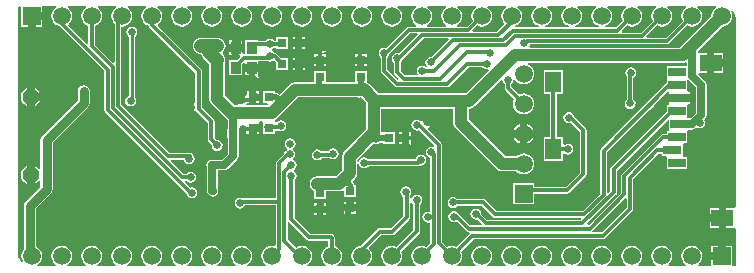
<source format=gbl>
G04 Layer_Physical_Order=2*
G04 Layer_Color=16711680*
%FSLAX24Y24*%
%MOIN*%
G70*
G01*
G75*
%ADD13R,0.0300X0.0300*%
%ADD23R,0.0300X0.0300*%
%ADD29C,0.0120*%
%ADD30C,0.0100*%
%ADD31C,0.0300*%
%ADD32C,0.0150*%
%ADD33C,0.0400*%
%ADD34C,0.0250*%
%ADD37C,0.0200*%
%ADD38C,0.0551*%
%ADD39C,0.0591*%
%ADD40R,0.0591X0.0591*%
%ADD41R,0.0591X0.0591*%
%ADD42C,0.0260*%
%ADD43C,0.0250*%
%ADD44R,0.0335X0.0394*%
%ADD45R,0.0591X0.0315*%
%ADD46R,0.0748X0.0551*%
%ADD47R,0.0551X0.0709*%
%ADD48C,0.0450*%
G36*
X14457Y7662D02*
X13881Y7086D01*
X13860Y7090D01*
X13790Y7076D01*
X13730Y7036D01*
X13690Y6977D01*
X13676Y6906D01*
X13690Y6836D01*
X13719Y6794D01*
X13683Y6757D01*
X13640Y6786D01*
X13570Y6800D01*
X13500Y6786D01*
X13440Y6746D01*
X13400Y6687D01*
X13386Y6616D01*
X13400Y6546D01*
X13417Y6522D01*
X13390Y6472D01*
X13006D01*
X12852Y6626D01*
Y6898D01*
X12870Y6910D01*
X12910Y6970D01*
X12917Y7009D01*
X13616Y7708D01*
X14437D01*
X14457Y7662D01*
D02*
G37*
G36*
X3371Y8741D02*
X3314Y8696D01*
X3258Y8624D01*
X3224Y8540D01*
X3212Y8450D01*
X3224Y8360D01*
X3258Y8276D01*
X3314Y8204D01*
X3318Y8201D01*
Y6915D01*
X3272Y6896D01*
X2672Y7496D01*
Y8123D01*
X2734Y8148D01*
X2806Y8204D01*
X2862Y8276D01*
X2896Y8360D01*
X2908Y8450D01*
X2896Y8540D01*
X2862Y8624D01*
X2806Y8696D01*
X2749Y8740D01*
X2766Y8790D01*
X3354Y8791D01*
X3371Y8741D01*
D02*
G37*
G36*
X13423Y7832D02*
X12802Y7211D01*
X12740Y7224D01*
X12670Y7210D01*
X12610Y7170D01*
X12570Y7110D01*
X12556Y7040D01*
X12570Y6970D01*
X12610Y6910D01*
X12628Y6898D01*
Y6580D01*
X12628Y6580D01*
X12636Y6537D01*
X12661Y6501D01*
X12777Y6384D01*
X12761Y6330D01*
X12751Y6328D01*
X12412Y6666D01*
Y7068D01*
X12430Y7080D01*
X12470Y7140D01*
X12480Y7191D01*
X13166Y7878D01*
X13404D01*
X13423Y7832D01*
D02*
G37*
G36*
X17374Y8743D02*
X17314Y8696D01*
X17258Y8624D01*
X17224Y8540D01*
X17212Y8450D01*
X17224Y8360D01*
X17258Y8276D01*
X17314Y8204D01*
X17386Y8148D01*
X17449Y8122D01*
X17439Y8072D01*
X16681D01*
X16671Y8122D01*
X16734Y8148D01*
X16806Y8204D01*
X16862Y8276D01*
X16896Y8360D01*
X16908Y8450D01*
X16896Y8540D01*
X16862Y8624D01*
X16806Y8696D01*
X16746Y8743D01*
X16760Y8793D01*
X17361Y8793D01*
X17374Y8743D01*
D02*
G37*
G36*
X2371Y8740D02*
X2314Y8696D01*
X2258Y8624D01*
X2224Y8540D01*
X2212Y8450D01*
X2224Y8360D01*
X2258Y8276D01*
X2314Y8204D01*
X2386Y8148D01*
X2448Y8123D01*
Y7536D01*
X2402Y7517D01*
X1781Y8137D01*
X1785Y8187D01*
X1806Y8204D01*
X1862Y8276D01*
X1896Y8360D01*
X1908Y8450D01*
X1896Y8540D01*
X1862Y8624D01*
X1806Y8696D01*
X1749Y8740D01*
X1766Y8790D01*
X2354Y8790D01*
X2371Y8740D01*
D02*
G37*
G36*
X22702Y6086D02*
Y5234D01*
X22533Y5065D01*
X22487Y5057D01*
X22439Y5062D01*
X22408Y5075D01*
X22408Y5490D01*
X22450Y5508D01*
X22487D01*
Y5591D01*
X21796D01*
Y5508D01*
X21754Y5490D01*
X21717D01*
Y5276D01*
X19871Y3429D01*
X19846Y3393D01*
X19838Y3350D01*
X19838Y3350D01*
Y2626D01*
X19778Y2567D01*
X19732Y2586D01*
Y3924D01*
X21080Y5271D01*
X21117Y5254D01*
X21127Y5248D01*
X21140Y5180D01*
X21180Y5120D01*
X21185Y5117D01*
Y5250D01*
X21310D01*
Y5375D01*
X21443D01*
X21440Y5380D01*
X21380Y5420D01*
X21312Y5433D01*
X21306Y5443D01*
X21289Y5480D01*
X21750Y5941D01*
X21754D01*
X21796Y5923D01*
X21796Y5891D01*
Y5841D01*
X22487D01*
Y5923D01*
X22450D01*
X22408Y5941D01*
X22408Y5973D01*
Y6313D01*
X22441Y6328D01*
X22458Y6330D01*
X22702Y6086D01*
D02*
G37*
G36*
X13222Y2237D02*
X13260Y2180D01*
X13278Y2168D01*
Y1326D01*
X12712Y761D01*
X12650Y786D01*
X12560Y798D01*
X12470Y786D01*
X12386Y752D01*
X12314Y696D01*
X12258Y624D01*
X12224Y540D01*
X12212Y450D01*
X12224Y360D01*
X12258Y276D01*
X12314Y204D01*
X12373Y158D01*
X12358Y108D01*
X11762Y108D01*
X11747Y158D01*
X11806Y204D01*
X11862Y276D01*
X11896Y360D01*
X11908Y450D01*
X11896Y540D01*
X11862Y624D01*
X11806Y696D01*
X11802Y700D01*
X11798Y750D01*
X12206Y1158D01*
X12580D01*
X12580Y1158D01*
X12623Y1166D01*
X12659Y1191D01*
X13139Y1671D01*
X13139Y1671D01*
X13164Y1707D01*
X13172Y1750D01*
X13172Y1750D01*
Y2217D01*
X13218Y2238D01*
X13222Y2237D01*
D02*
G37*
G36*
X9733Y999D02*
X9733Y999D01*
X9769Y974D01*
X9812Y966D01*
X9812Y966D01*
X10448D01*
Y777D01*
X10386Y752D01*
X10314Y696D01*
X10258Y624D01*
X10224Y540D01*
X10212Y450D01*
X10224Y360D01*
X10258Y276D01*
X10314Y204D01*
X10374Y158D01*
X10359Y108D01*
X9761Y108D01*
X9746Y158D01*
X9806Y204D01*
X9862Y276D01*
X9896Y360D01*
X9908Y450D01*
X9896Y540D01*
X9862Y624D01*
X9806Y696D01*
X9734Y752D01*
X9650Y786D01*
X9560Y798D01*
X9470Y786D01*
X9386Y752D01*
X9358Y730D01*
X9082Y1006D01*
Y1583D01*
X9126Y1599D01*
X9132Y1599D01*
X9733Y999D01*
D02*
G37*
G36*
X20388Y2369D02*
Y2076D01*
X19554Y1242D01*
X19257D01*
X19241Y1286D01*
X19241Y1292D01*
X20338Y2389D01*
X20388Y2369D01*
D02*
G37*
G36*
X23912Y8654D02*
X23967Y8582D01*
X24009Y8480D01*
X24023Y8374D01*
X24020Y8370D01*
X24020D01*
X24023Y2083D01*
X23973Y2041D01*
X23703D01*
Y1716D01*
Y1390D01*
X23974D01*
X24002Y1390D01*
X24024Y1349D01*
X24024Y160D01*
X24012Y130D01*
X23970Y110D01*
X23941Y110D01*
X23905Y145D01*
Y795D01*
X23685D01*
Y450D01*
X23560D01*
Y325D01*
X23215D01*
Y110D01*
X22766Y110D01*
X22749Y160D01*
X22806Y204D01*
X22862Y276D01*
X22896Y360D01*
X22908Y450D01*
X22896Y540D01*
X22862Y624D01*
X22806Y696D01*
X22734Y752D01*
X22650Y786D01*
X22560Y798D01*
X22470Y786D01*
X22386Y752D01*
X22314Y696D01*
X22258Y624D01*
X22224Y540D01*
X22212Y450D01*
X22224Y360D01*
X22258Y276D01*
X22314Y204D01*
X22371Y160D01*
X22354Y110D01*
X21766Y110D01*
X21749Y160D01*
X21806Y204D01*
X21862Y276D01*
X21896Y360D01*
X21908Y450D01*
X21896Y540D01*
X21862Y624D01*
X21806Y696D01*
X21734Y752D01*
X21650Y786D01*
X21560Y798D01*
X21470Y786D01*
X21386Y752D01*
X21314Y696D01*
X21258Y624D01*
X21224Y540D01*
X21212Y450D01*
X21224Y360D01*
X21258Y276D01*
X21314Y204D01*
X21371Y160D01*
X21354Y110D01*
X20766Y109D01*
X20749Y159D01*
X20806Y204D01*
X20862Y276D01*
X20896Y360D01*
X20908Y450D01*
X20896Y540D01*
X20862Y624D01*
X20806Y696D01*
X20734Y752D01*
X20650Y786D01*
X20560Y798D01*
X20470Y786D01*
X20386Y752D01*
X20314Y696D01*
X20258Y624D01*
X20224Y540D01*
X20212Y450D01*
X20224Y360D01*
X20258Y276D01*
X20314Y204D01*
X20372Y159D01*
X20355Y109D01*
X19765Y109D01*
X19748Y159D01*
X19806Y204D01*
X19862Y276D01*
X19896Y360D01*
X19908Y450D01*
X19896Y540D01*
X19862Y624D01*
X19806Y696D01*
X19734Y752D01*
X19650Y786D01*
X19560Y798D01*
X19470Y786D01*
X19386Y752D01*
X19314Y696D01*
X19258Y624D01*
X19224Y540D01*
X19212Y450D01*
X19224Y360D01*
X19258Y276D01*
X19314Y204D01*
X19372Y159D01*
X19355Y109D01*
X18765Y109D01*
X18748Y159D01*
X18806Y204D01*
X18862Y276D01*
X18896Y360D01*
X18908Y450D01*
X18896Y540D01*
X18862Y624D01*
X18806Y696D01*
X18734Y752D01*
X18650Y786D01*
X18560Y798D01*
X18470Y786D01*
X18386Y752D01*
X18314Y696D01*
X18258Y624D01*
X18224Y540D01*
X18212Y450D01*
X18224Y360D01*
X18258Y276D01*
X18314Y204D01*
X18372Y159D01*
X18355Y109D01*
X17765Y109D01*
X17748Y159D01*
X17806Y204D01*
X17862Y276D01*
X17896Y360D01*
X17908Y450D01*
X17896Y540D01*
X17862Y624D01*
X17806Y696D01*
X17734Y752D01*
X17650Y786D01*
X17560Y798D01*
X17470Y786D01*
X17386Y752D01*
X17314Y696D01*
X17258Y624D01*
X17224Y540D01*
X17212Y450D01*
X17224Y360D01*
X17258Y276D01*
X17314Y204D01*
X17372Y159D01*
X17355Y109D01*
X16765Y109D01*
X16748Y159D01*
X16806Y204D01*
X16862Y276D01*
X16896Y360D01*
X16908Y450D01*
X16896Y540D01*
X16862Y624D01*
X16806Y696D01*
X16734Y752D01*
X16650Y786D01*
X16560Y798D01*
X16470Y786D01*
X16386Y752D01*
X16314Y696D01*
X16258Y624D01*
X16224Y540D01*
X16212Y450D01*
X16224Y360D01*
X16258Y276D01*
X16314Y204D01*
X16372Y159D01*
X16355Y109D01*
X15764Y109D01*
X15747Y159D01*
X15806Y204D01*
X15862Y276D01*
X15896Y360D01*
X15908Y450D01*
X15896Y540D01*
X15862Y624D01*
X15806Y696D01*
X15734Y752D01*
X15650Y786D01*
X15560Y798D01*
X15470Y786D01*
X15386Y752D01*
X15314Y696D01*
X15258Y624D01*
X15224Y540D01*
X15212Y450D01*
X15224Y360D01*
X15258Y276D01*
X15314Y204D01*
X15373Y159D01*
X15356Y109D01*
X14764Y109D01*
X14747Y159D01*
X14806Y204D01*
X14862Y276D01*
X14896Y360D01*
X14908Y450D01*
X14896Y540D01*
X14871Y602D01*
X15286Y1018D01*
X19600D01*
X19600Y1018D01*
X19643Y1026D01*
X19679Y1051D01*
X20579Y1951D01*
X20579Y1951D01*
X20604Y1987D01*
X20612Y2030D01*
Y3023D01*
X21460Y3871D01*
X21560D01*
Y3776D01*
X21675D01*
X21717Y3758D01*
X21717Y3726D01*
Y3343D01*
X22408D01*
Y3758D01*
X22293D01*
X22250Y3776D01*
X22250Y3808D01*
Y4191D01*
X22293Y4209D01*
X22408D01*
Y4624D01*
X22450Y4642D01*
X22487D01*
Y4671D01*
X22570D01*
X22638Y4685D01*
X22696Y4723D01*
X22722Y4749D01*
X22750Y4730D01*
X22820Y4716D01*
X22890Y4730D01*
X22950Y4770D01*
X22990Y4830D01*
X23004Y4900D01*
X22990Y4970D01*
X22971Y4998D01*
X23006Y5034D01*
X23006Y5034D01*
X23045Y5092D01*
X23058Y5160D01*
X23058Y5160D01*
Y6160D01*
X23045Y6228D01*
X23006Y6286D01*
X22775Y6517D01*
X22796Y6567D01*
X22808D01*
X23060D01*
Y6893D01*
Y7218D01*
X22761Y7218D01*
X22758Y7268D01*
Y7288D01*
X23574Y8104D01*
X23650Y8114D01*
X23734Y8148D01*
X23806Y8204D01*
X23862Y8276D01*
X23896Y8360D01*
X23908Y8450D01*
X23896Y8540D01*
X23867Y8611D01*
X23887Y8645D01*
X23900Y8656D01*
X23912Y8654D01*
D02*
G37*
G36*
X21796Y4972D02*
Y4642D01*
X21754Y4624D01*
X21717D01*
Y4529D01*
X21606D01*
X21564Y4520D01*
X21527Y4496D01*
X21527Y4496D01*
X20221Y3189D01*
X20196Y3153D01*
X20188Y3110D01*
X20188Y3110D01*
Y2556D01*
X19122Y1491D01*
X19094Y1494D01*
X19075Y1547D01*
X20029Y2501D01*
X20029Y2501D01*
X20054Y2537D01*
X20062Y2580D01*
X20062Y2580D01*
Y3304D01*
X21750Y4991D01*
X21796Y4972D01*
D02*
G37*
G36*
X23365Y8789D02*
X23375Y8744D01*
X23314Y8696D01*
X23258Y8624D01*
X23224Y8540D01*
X23214Y8464D01*
X22310Y7560D01*
X22154Y7405D01*
X17160D01*
X17133Y7455D01*
X17150Y7480D01*
X17155Y7508D01*
X21730D01*
X21730Y7508D01*
X21773Y7516D01*
X21809Y7541D01*
X22408Y8139D01*
X22470Y8114D01*
X22560Y8102D01*
X22650Y8114D01*
X22734Y8148D01*
X22806Y8204D01*
X22862Y8276D01*
X22896Y8360D01*
X22908Y8450D01*
X22896Y8540D01*
X22862Y8624D01*
X22806Y8696D01*
X22745Y8743D01*
X22755Y8789D01*
X22758Y8793D01*
X23363Y8794D01*
X23365Y8789D01*
D02*
G37*
G36*
X16374Y8743D02*
X16314Y8696D01*
X16258Y8624D01*
X16224Y8540D01*
X16212Y8450D01*
X16224Y8360D01*
X16258Y8276D01*
X16314Y8204D01*
X16315Y8184D01*
X16064Y7932D01*
X15266D01*
X15247Y7978D01*
X15408Y8139D01*
X15470Y8114D01*
X15560Y8102D01*
X15650Y8114D01*
X15734Y8148D01*
X15806Y8204D01*
X15862Y8276D01*
X15896Y8360D01*
X15908Y8450D01*
X15896Y8540D01*
X15862Y8624D01*
X15806Y8696D01*
X15746Y8742D01*
X15760Y8792D01*
X16360Y8793D01*
X16374Y8743D01*
D02*
G37*
G36*
X14374Y8742D02*
X14314Y8696D01*
X14258Y8624D01*
X14224Y8540D01*
X14212Y8450D01*
X14224Y8360D01*
X14258Y8276D01*
X14314Y8204D01*
X14381Y8152D01*
X14381Y8136D01*
X14367Y8102D01*
X13753D01*
X13739Y8136D01*
X13739Y8152D01*
X13806Y8204D01*
X13862Y8276D01*
X13896Y8360D01*
X13908Y8450D01*
X13896Y8540D01*
X13862Y8624D01*
X13806Y8696D01*
X13747Y8742D01*
X13761Y8792D01*
X14359Y8792D01*
X14374Y8742D01*
D02*
G37*
G36*
X19375Y8743D02*
X19314Y8696D01*
X19258Y8624D01*
X19224Y8540D01*
X19212Y8450D01*
X19224Y8360D01*
X19258Y8276D01*
X19314Y8204D01*
X19386Y8148D01*
X19449Y8122D01*
X19439Y8072D01*
X18681D01*
X18671Y8122D01*
X18734Y8148D01*
X18806Y8204D01*
X18862Y8276D01*
X18896Y8360D01*
X18908Y8450D01*
X18896Y8540D01*
X18862Y8624D01*
X18806Y8696D01*
X18745Y8743D01*
X18759Y8793D01*
X19362Y8793D01*
X19375Y8743D01*
D02*
G37*
G36*
X21363Y8791D02*
X21375Y8743D01*
X21314Y8696D01*
X21258Y8624D01*
X21224Y8540D01*
X21212Y8450D01*
X21224Y8360D01*
X21249Y8298D01*
X20854Y7902D01*
X20236D01*
X20217Y7948D01*
X20408Y8139D01*
X20470Y8114D01*
X20560Y8102D01*
X20650Y8114D01*
X20734Y8148D01*
X20806Y8204D01*
X20862Y8276D01*
X20896Y8360D01*
X20908Y8450D01*
X20896Y8540D01*
X20862Y8624D01*
X20806Y8696D01*
X20745Y8743D01*
X20757Y8792D01*
X20758Y8793D01*
X21362Y8793D01*
X21363Y8791D01*
D02*
G37*
G36*
X13373Y8742D02*
X13314Y8696D01*
X13258Y8624D01*
X13224Y8540D01*
X13212Y8450D01*
X13224Y8360D01*
X13258Y8276D01*
X13314Y8204D01*
X13381Y8152D01*
X13381Y8136D01*
X13367Y8102D01*
X13120D01*
X13077Y8094D01*
X13041Y8069D01*
X13041Y8069D01*
X12354Y7383D01*
X12300Y7394D01*
X12230Y7380D01*
X12170Y7340D01*
X12130Y7280D01*
X12116Y7210D01*
X12130Y7140D01*
X12170Y7080D01*
X12188Y7068D01*
Y6620D01*
X12188Y6620D01*
X12196Y6577D01*
X12221Y6541D01*
X12651Y6111D01*
X12651Y6111D01*
X12687Y6086D01*
X12730Y6078D01*
X12730Y6078D01*
X14410D01*
X14410Y6078D01*
X14453Y6086D01*
X14489Y6111D01*
X15126Y6748D01*
X15578D01*
X15590Y6730D01*
X15650Y6690D01*
X15720Y6676D01*
X15777Y6688D01*
X15803Y6643D01*
X15034Y5875D01*
X12116D01*
X11800Y6190D01*
X11720Y6244D01*
Y6630D01*
X11320D01*
Y6255D01*
X10370D01*
Y6630D01*
X9970D01*
Y6395D01*
X9967Y6380D01*
Y6255D01*
X9340D01*
X9242Y6235D01*
X9160Y6180D01*
X8813Y5833D01*
X8798Y5848D01*
X8749Y5881D01*
X8690Y5893D01*
X8670D01*
Y5940D01*
X8270D01*
Y5540D01*
X8413D01*
X8438Y5490D01*
X8427Y5475D01*
X7740D01*
X7711Y5525D01*
X7720Y5540D01*
X7720Y5540D01*
X7720Y5540D01*
X7795D01*
Y5740D01*
Y5940D01*
X7720D01*
Y5818D01*
X7705Y5808D01*
X7675Y5798D01*
Y5660D01*
X7550D01*
Y5535D01*
X7417D01*
X7420Y5530D01*
X7428Y5525D01*
X7413Y5475D01*
X7316D01*
X6985Y5806D01*
Y6887D01*
X6998Y6918D01*
X7007Y6990D01*
X6998Y7062D01*
X6970Y7129D01*
X6926Y7186D01*
X6919Y7193D01*
X6922Y7243D01*
X6934Y7253D01*
X6978Y7310D01*
X7006Y7377D01*
X7016Y7449D01*
X7006Y7521D01*
X6978Y7587D01*
X6934Y7645D01*
X6877Y7689D01*
X6810Y7717D01*
X6738Y7726D01*
X6208D01*
X6136Y7717D01*
X6070Y7689D01*
X6012Y7645D01*
X5968Y7587D01*
X5940Y7521D01*
X5931Y7449D01*
X5940Y7377D01*
X5968Y7310D01*
X6012Y7253D01*
X6070Y7209D01*
X6136Y7181D01*
X6205Y7172D01*
X6230Y7111D01*
X6274Y7054D01*
X6475Y6853D01*
Y5700D01*
X6495Y5602D01*
X6550Y5520D01*
X7100Y4970D01*
X7102Y4969D01*
Y4695D01*
X7086Y4684D01*
X7060Y4675D01*
Y4540D01*
Y4405D01*
X7086Y4396D01*
X7102Y4385D01*
Y3864D01*
X6906Y3668D01*
X6586D01*
X6560Y3674D01*
X6490Y3660D01*
X6430Y3620D01*
X6390Y3560D01*
X6376Y3490D01*
X6390Y3420D01*
X6402Y3403D01*
Y2620D01*
X6415Y2552D01*
X6419Y2546D01*
X6420Y2540D01*
X6460Y2480D01*
X6520Y2440D01*
X6590Y2426D01*
X6660Y2440D01*
X6720Y2480D01*
X6760Y2540D01*
X6774Y2610D01*
X6760Y2680D01*
X6758Y2682D01*
Y3312D01*
X6980D01*
X7048Y3325D01*
X7106Y3364D01*
X7406Y3664D01*
X7445Y3722D01*
X7458Y3790D01*
Y4491D01*
X7465Y4495D01*
Y4680D01*
X7715D01*
Y4528D01*
X7730Y4530D01*
X7730Y4530D01*
X7730Y4530D01*
X7805D01*
Y4730D01*
X7930D01*
Y4855D01*
X8130D01*
Y4930D01*
X8165Y4965D01*
X8245D01*
X8280Y4930D01*
X8280Y4915D01*
Y4798D01*
X8276Y4793D01*
X8268Y4750D01*
X8276Y4707D01*
X8280Y4702D01*
Y4530D01*
X8680D01*
Y4638D01*
X8764D01*
X8790Y4620D01*
X8860Y4606D01*
X8930Y4620D01*
X8990Y4660D01*
X9030Y4720D01*
X9044Y4790D01*
X9030Y4860D01*
X8990Y4920D01*
X8930Y4960D01*
X8860Y4974D01*
X8790Y4960D01*
X8730Y4920D01*
X8730Y4919D01*
X8680Y4930D01*
D01*
X8668Y4936D01*
X8664Y4955D01*
X8667Y4991D01*
X8740Y5040D01*
X9446Y5745D01*
X11437D01*
X11480Y5736D01*
X11523Y5745D01*
X11524D01*
X11705Y5564D01*
Y4676D01*
X10980Y3950D01*
X10925Y3868D01*
X10905Y3770D01*
Y3316D01*
X10708Y3119D01*
X10076D01*
X9979Y3099D01*
X9896Y3044D01*
X9841Y2961D01*
X9821Y2864D01*
X9841Y2766D01*
X9896Y2683D01*
X9979Y2628D01*
X9980Y2628D01*
Y2360D01*
X10380D01*
Y2609D01*
X10814D01*
X10911Y2628D01*
X10926Y2638D01*
X10970Y2614D01*
Y2420D01*
X11370D01*
Y2820D01*
X11297D01*
X11288Y2869D01*
X11263Y2906D01*
X11264Y2910D01*
X11256Y2946D01*
X11340Y3030D01*
X11395Y3112D01*
X11415Y3210D01*
Y3513D01*
X11465Y3518D01*
X11470Y3490D01*
X11510Y3430D01*
X11570Y3390D01*
X11640Y3376D01*
X11710Y3390D01*
X11770Y3430D01*
X11782Y3448D01*
X13440D01*
X13440Y3448D01*
X13483Y3456D01*
X13505Y3471D01*
X13530Y3466D01*
X13600Y3480D01*
X13660Y3520D01*
X13700Y3580D01*
X13714Y3650D01*
X13700Y3720D01*
X13660Y3780D01*
X13600Y3820D01*
X13530Y3834D01*
X13460Y3820D01*
X13400Y3780D01*
X13360Y3720D01*
X13351Y3672D01*
X11782D01*
X11770Y3690D01*
X11710Y3730D01*
X11640Y3744D01*
X11570Y3730D01*
X11510Y3690D01*
X11470Y3630D01*
X11465Y3602D01*
X11415Y3607D01*
Y3664D01*
X11948Y4197D01*
X11960Y4195D01*
X11962Y4196D01*
X11970Y4190D01*
X12040Y4176D01*
X12110Y4190D01*
X12170Y4230D01*
X12174Y4237D01*
X12260D01*
Y4190D01*
X12660D01*
Y4590D01*
X12260D01*
X12260Y4590D01*
Y4590D01*
X12260Y4590D01*
X12215Y4602D01*
Y5365D01*
X14615D01*
Y4900D01*
X14634Y4802D01*
X14690Y4720D01*
X16060Y3350D01*
X16142Y3295D01*
X16240Y3275D01*
X16715D01*
X16776Y3228D01*
X16860Y3194D01*
X16950Y3182D01*
X17040Y3194D01*
X17124Y3228D01*
X17196Y3284D01*
X17252Y3356D01*
X17286Y3440D01*
X17298Y3530D01*
X17286Y3620D01*
X17252Y3704D01*
X17196Y3776D01*
X17124Y3832D01*
X17040Y3866D01*
X16950Y3878D01*
X16860Y3866D01*
X16776Y3832D01*
X16715Y3785D01*
X16346D01*
X15125Y5006D01*
Y5365D01*
X15140D01*
X15238Y5385D01*
X15320Y5440D01*
X16198Y6317D01*
X16252Y6301D01*
X16260Y6260D01*
X16300Y6200D01*
X16318Y6188D01*
Y6050D01*
X16318Y6050D01*
X16326Y6007D01*
X16351Y5971D01*
X16639Y5682D01*
X16614Y5620D01*
X16602Y5530D01*
X16614Y5440D01*
X16648Y5356D01*
X16704Y5284D01*
X16776Y5228D01*
X16860Y5194D01*
X16950Y5182D01*
X17040Y5194D01*
X17124Y5228D01*
X17196Y5284D01*
X17252Y5356D01*
X17286Y5440D01*
X17298Y5530D01*
X17286Y5620D01*
X17252Y5704D01*
X17196Y5776D01*
X17124Y5832D01*
X17040Y5866D01*
X16950Y5878D01*
X16860Y5866D01*
X16798Y5841D01*
X16542Y6096D01*
Y6188D01*
X16560Y6200D01*
X16600Y6260D01*
X16612Y6321D01*
X16638Y6334D01*
X16662Y6338D01*
X16704Y6284D01*
X16776Y6228D01*
X16860Y6194D01*
X16950Y6182D01*
X17040Y6194D01*
X17124Y6228D01*
X17196Y6284D01*
X17252Y6356D01*
X17286Y6440D01*
X17298Y6530D01*
X17286Y6620D01*
X17252Y6704D01*
X17196Y6776D01*
X17124Y6832D01*
X17092Y6845D01*
X17101Y6895D01*
X22260D01*
X22352Y6913D01*
X22369Y6908D01*
X22402Y6891D01*
Y6789D01*
X21717D01*
Y6374D01*
X21717D01*
Y6356D01*
X21717D01*
Y6226D01*
X19541Y4049D01*
X19516Y4013D01*
X19508Y3970D01*
X19508Y3970D01*
Y2537D01*
X18923Y1952D01*
X16056D01*
X15689Y2319D01*
X15653Y2344D01*
X15610Y2352D01*
X15610Y2352D01*
X14742D01*
X14730Y2370D01*
X14670Y2410D01*
X14600Y2424D01*
X14530Y2410D01*
X14470Y2370D01*
X14430Y2310D01*
X14416Y2240D01*
X14430Y2170D01*
X14470Y2110D01*
X14530Y2070D01*
X14600Y2056D01*
X14670Y2070D01*
X14730Y2110D01*
X14742Y2128D01*
X15564D01*
X15931Y1761D01*
X15931Y1761D01*
X15967Y1736D01*
X16010Y1728D01*
X18859D01*
X18880Y1680D01*
X18857Y1652D01*
X15746D01*
X15542Y1856D01*
X15530Y1920D01*
X15490Y1980D01*
X15430Y2020D01*
X15360Y2034D01*
X15290Y2020D01*
X15230Y1980D01*
X15190Y1920D01*
X15176Y1850D01*
X15190Y1780D01*
X15230Y1720D01*
X15290Y1680D01*
X15360Y1666D01*
X15406Y1676D01*
X15553Y1528D01*
X15534Y1482D01*
X15176D01*
X14809Y1849D01*
X14773Y1874D01*
X14766Y1875D01*
X14750Y1900D01*
X14690Y1940D01*
X14620Y1954D01*
X14550Y1940D01*
X14490Y1900D01*
X14450Y1840D01*
X14436Y1770D01*
X14450Y1700D01*
X14490Y1640D01*
X14550Y1600D01*
X14620Y1586D01*
X14690Y1600D01*
X14721Y1621D01*
X15051Y1291D01*
X15051Y1291D01*
X15087Y1266D01*
X15130Y1258D01*
X15143D01*
X15159Y1214D01*
X15159Y1208D01*
X14712Y761D01*
X14650Y786D01*
X14560Y798D01*
X14470Y786D01*
X14408Y761D01*
X14242Y926D01*
Y4140D01*
X14242Y4140D01*
X14234Y4183D01*
X14209Y4219D01*
X14209Y4219D01*
X13751Y4678D01*
X13767Y4732D01*
X13810Y4740D01*
X13870Y4780D01*
X13873Y4785D01*
X13740D01*
Y4910D01*
X13615D01*
Y5043D01*
X13610Y5040D01*
X13570Y4980D01*
X13566Y4960D01*
X13546Y4951D01*
X13512Y4945D01*
X13460Y4980D01*
X13390Y4994D01*
X13320Y4980D01*
X13260Y4940D01*
X13220Y4880D01*
X13206Y4810D01*
X13220Y4740D01*
X13260Y4680D01*
X13320Y4640D01*
X13390Y4626D01*
X13460Y4640D01*
X13467Y4645D01*
X13988Y4124D01*
X13987Y4115D01*
X13979Y4108D01*
X13931Y4083D01*
X13880Y4094D01*
X13810Y4080D01*
X13750Y4040D01*
X13710Y3980D01*
X13696Y3910D01*
X13710Y3840D01*
X13750Y3780D01*
X13810Y3740D01*
X13848Y3733D01*
Y1963D01*
X13798Y1926D01*
X13760Y1934D01*
X13690Y1920D01*
X13630Y1880D01*
X13590Y1820D01*
X13576Y1750D01*
X13590Y1680D01*
X13630Y1620D01*
X13690Y1580D01*
X13760Y1566D01*
X13798Y1574D01*
X13848Y1537D01*
Y896D01*
X13712Y761D01*
X13650Y786D01*
X13560Y798D01*
X13470Y786D01*
X13386Y752D01*
X13314Y696D01*
X13258Y624D01*
X13224Y540D01*
X13212Y450D01*
X13224Y360D01*
X13258Y276D01*
X13314Y204D01*
X13373Y158D01*
X13357Y108D01*
X12763Y108D01*
X12747Y158D01*
X12806Y204D01*
X12862Y276D01*
X12896Y360D01*
X12908Y450D01*
X12896Y540D01*
X12871Y602D01*
X13469Y1201D01*
X13469Y1201D01*
X13494Y1237D01*
X13502Y1280D01*
Y2168D01*
X13520Y2180D01*
X13560Y2240D01*
X13574Y2310D01*
X13560Y2380D01*
X13520Y2440D01*
X13460Y2480D01*
X13390Y2494D01*
X13320Y2480D01*
X13260Y2440D01*
X13222Y2383D01*
X13218Y2382D01*
X13172Y2403D01*
Y2489D01*
X13200Y2530D01*
X13214Y2600D01*
X13200Y2670D01*
X13160Y2730D01*
X13100Y2770D01*
X13030Y2784D01*
X12960Y2770D01*
X12900Y2730D01*
X12860Y2670D01*
X12846Y2600D01*
X12860Y2530D01*
X12900Y2470D01*
X12948Y2438D01*
Y1796D01*
X12534Y1382D01*
X12160D01*
X12160Y1382D01*
X12117Y1374D01*
X12081Y1349D01*
X12081Y1349D01*
X11525Y794D01*
X11470Y786D01*
X11386Y752D01*
X11314Y696D01*
X11258Y624D01*
X11224Y540D01*
X11212Y450D01*
X11224Y360D01*
X11258Y276D01*
X11314Y204D01*
X11373Y158D01*
X11358Y108D01*
X10761Y108D01*
X10746Y158D01*
X10806Y204D01*
X10862Y276D01*
X10896Y360D01*
X10908Y450D01*
X10896Y540D01*
X10862Y624D01*
X10806Y696D01*
X10734Y752D01*
X10672Y777D01*
Y1058D01*
X10664Y1101D01*
X10639Y1137D01*
X10639Y1137D01*
X10619Y1157D01*
X10583Y1181D01*
X10540Y1190D01*
X10540Y1190D01*
X9859D01*
X9322Y1726D01*
Y2988D01*
X9340Y3000D01*
X9380Y3060D01*
X9394Y3130D01*
X9380Y3200D01*
X9340Y3260D01*
X9312Y3278D01*
Y3338D01*
X9330Y3350D01*
X9370Y3410D01*
X9384Y3480D01*
X9370Y3550D01*
X9330Y3610D01*
X9275Y3647D01*
X9269Y3671D01*
X9266Y3701D01*
X9280Y3710D01*
X9320Y3770D01*
X9334Y3840D01*
X9320Y3910D01*
X9280Y3970D01*
X9256Y3986D01*
X9255Y3988D01*
X9260Y4043D01*
X9300Y4070D01*
X9340Y4130D01*
X9354Y4200D01*
X9340Y4270D01*
X9300Y4330D01*
X9240Y4370D01*
X9170Y4384D01*
X9100Y4370D01*
X9040Y4330D01*
X9000Y4270D01*
X8986Y4200D01*
X9000Y4130D01*
X9040Y4070D01*
X9064Y4054D01*
X9065Y4052D01*
X9060Y3997D01*
X9020Y3970D01*
X8980Y3910D01*
X8973Y3871D01*
X8721Y3619D01*
X8696Y3583D01*
X8688Y3540D01*
X8688Y3540D01*
Y2372D01*
X7581D01*
X7570Y2380D01*
X7500Y2394D01*
X7430Y2380D01*
X7370Y2340D01*
X7330Y2280D01*
X7316Y2210D01*
X7330Y2140D01*
X7370Y2080D01*
X7430Y2040D01*
X7500Y2026D01*
X7570Y2040D01*
X7630Y2080D01*
X7670Y2140D01*
X7671Y2148D01*
X8688D01*
Y818D01*
X8638Y788D01*
X8560Y798D01*
X8470Y786D01*
X8386Y752D01*
X8314Y696D01*
X8258Y624D01*
X8224Y540D01*
X8212Y450D01*
X8224Y360D01*
X8258Y276D01*
X8314Y204D01*
X8374Y157D01*
X8360Y107D01*
X7759Y107D01*
X7746Y157D01*
X7806Y204D01*
X7862Y276D01*
X7896Y360D01*
X7908Y450D01*
X7896Y540D01*
X7862Y624D01*
X7806Y696D01*
X7734Y752D01*
X7650Y786D01*
X7560Y798D01*
X7470Y786D01*
X7386Y752D01*
X7314Y696D01*
X7258Y624D01*
X7224Y540D01*
X7212Y450D01*
X7224Y360D01*
X7258Y276D01*
X7314Y204D01*
X7374Y157D01*
X7361Y107D01*
X6759Y107D01*
X6746Y157D01*
X6806Y204D01*
X6862Y276D01*
X6896Y360D01*
X6908Y450D01*
X6896Y540D01*
X6862Y624D01*
X6806Y696D01*
X6734Y752D01*
X6650Y786D01*
X6560Y798D01*
X6470Y786D01*
X6386Y752D01*
X6314Y696D01*
X6258Y624D01*
X6224Y540D01*
X6212Y450D01*
X6224Y360D01*
X6258Y276D01*
X6314Y204D01*
X6374Y157D01*
X6361Y107D01*
X5758Y107D01*
X5745Y157D01*
X5806Y204D01*
X5862Y276D01*
X5896Y360D01*
X5908Y450D01*
X5896Y540D01*
X5862Y624D01*
X5806Y696D01*
X5734Y752D01*
X5650Y786D01*
X5560Y798D01*
X5470Y786D01*
X5386Y752D01*
X5314Y696D01*
X5258Y624D01*
X5224Y540D01*
X5212Y450D01*
X5224Y360D01*
X5258Y276D01*
X5314Y204D01*
X5375Y157D01*
X5362Y107D01*
X5362Y107D01*
X4758Y107D01*
X4757Y108D01*
X4745Y157D01*
X4806Y204D01*
X4862Y276D01*
X4896Y360D01*
X4908Y450D01*
X4896Y540D01*
X4862Y624D01*
X4806Y696D01*
X4734Y752D01*
X4650Y786D01*
X4560Y798D01*
X4470Y786D01*
X4386Y752D01*
X4314Y696D01*
X4258Y624D01*
X4224Y540D01*
X4212Y450D01*
X4224Y360D01*
X4258Y276D01*
X4314Y204D01*
X4375Y157D01*
X4363Y108D01*
X4362Y107D01*
X3758Y107D01*
X3757Y109D01*
X3745Y157D01*
X3806Y204D01*
X3862Y276D01*
X3896Y360D01*
X3908Y450D01*
X3896Y540D01*
X3862Y624D01*
X3806Y696D01*
X3734Y752D01*
X3650Y786D01*
X3560Y798D01*
X3470Y786D01*
X3386Y752D01*
X3314Y696D01*
X3258Y624D01*
X3224Y540D01*
X3212Y450D01*
X3224Y360D01*
X3258Y276D01*
X3314Y204D01*
X3375Y157D01*
X3364Y109D01*
X3362Y107D01*
X2758Y107D01*
X2756Y110D01*
X2745Y157D01*
X2806Y204D01*
X2862Y276D01*
X2896Y360D01*
X2908Y450D01*
X2896Y540D01*
X2862Y624D01*
X2806Y696D01*
X2734Y752D01*
X2650Y786D01*
X2560Y798D01*
X2470Y786D01*
X2386Y752D01*
X2314Y696D01*
X2258Y624D01*
X2224Y540D01*
X2212Y450D01*
X2224Y360D01*
X2258Y276D01*
X2314Y204D01*
X2375Y157D01*
X2365Y111D01*
X2362Y106D01*
X1757Y106D01*
X1755Y111D01*
X1745Y156D01*
X1806Y204D01*
X1862Y276D01*
X1896Y360D01*
X1908Y450D01*
X1896Y540D01*
X1862Y624D01*
X1806Y696D01*
X1734Y752D01*
X1650Y786D01*
X1560Y798D01*
X1470Y786D01*
X1386Y752D01*
X1314Y696D01*
X1258Y624D01*
X1224Y540D01*
X1212Y450D01*
X1224Y360D01*
X1258Y276D01*
X1314Y204D01*
X1376Y156D01*
X1366Y112D01*
X1363Y106D01*
X757Y106D01*
X754Y112D01*
X744Y156D01*
X806Y204D01*
X862Y276D01*
X896Y360D01*
X908Y450D01*
X896Y540D01*
X862Y624D01*
X806Y696D01*
X734Y752D01*
X704Y764D01*
Y2046D01*
X1194Y2536D01*
X1194Y2536D01*
X1238Y2602D01*
X1254Y2680D01*
Y4226D01*
X2434Y5406D01*
X2478Y5472D01*
X2494Y5550D01*
Y5552D01*
X2504Y5600D01*
X2494Y5648D01*
Y5950D01*
X2478Y6028D01*
X2434Y6094D01*
X2368Y6138D01*
X2290Y6154D01*
X2212Y6138D01*
X2146Y6094D01*
X2102Y6028D01*
X2086Y5950D01*
Y5634D01*
X906Y4454D01*
X862Y4388D01*
X846Y4310D01*
Y3366D01*
X796Y3349D01*
X762Y3394D01*
X694Y3446D01*
X655Y3462D01*
Y3161D01*
Y2861D01*
X694Y2877D01*
X762Y2929D01*
X796Y2973D01*
X846Y2956D01*
Y2764D01*
X356Y2274D01*
X312Y2208D01*
X296Y2130D01*
Y673D01*
X258Y624D01*
X224Y540D01*
X212Y450D01*
X224Y360D01*
X258Y276D01*
X219Y246D01*
X156Y328D01*
X111Y435D01*
X97Y546D01*
X100Y550D01*
X100D01*
Y8757D01*
X117Y8783D01*
X128Y8790D01*
X179Y8790D01*
X215Y8755D01*
Y8105D01*
X435D01*
Y8450D01*
X560D01*
Y8575D01*
X905D01*
Y8790D01*
X1354Y8790D01*
X1371Y8740D01*
X1314Y8696D01*
X1258Y8624D01*
X1224Y8540D01*
X1212Y8450D01*
X1224Y8360D01*
X1258Y8276D01*
X1314Y8204D01*
X1386Y8148D01*
X1470Y8114D01*
X1490Y8111D01*
X2978Y6624D01*
Y5319D01*
X2978Y5319D01*
X2986Y5276D01*
X3011Y5240D01*
X5710Y2540D01*
X5720Y2490D01*
X5760Y2430D01*
X5820Y2390D01*
X5890Y2376D01*
X5960Y2390D01*
X6020Y2430D01*
X6060Y2490D01*
X6074Y2560D01*
X6060Y2630D01*
X6020Y2690D01*
X5960Y2730D01*
X5890Y2744D01*
X5835Y2733D01*
X5651Y2916D01*
X5670Y2962D01*
X5711Y2963D01*
X5720Y2950D01*
X5780Y2910D01*
X5850Y2896D01*
X5920Y2910D01*
X5980Y2950D01*
X6020Y3010D01*
X6034Y3080D01*
X6020Y3150D01*
X5980Y3210D01*
X5920Y3250D01*
X5850Y3264D01*
X5780Y3250D01*
X5720Y3210D01*
X5708Y3192D01*
X5616D01*
X5187Y3622D01*
X5206Y3668D01*
X5633D01*
X5640Y3630D01*
X5680Y3570D01*
X5740Y3530D01*
X5810Y3516D01*
X5880Y3530D01*
X5940Y3570D01*
X5980Y3630D01*
X5994Y3700D01*
X5980Y3770D01*
X5940Y3830D01*
X5938Y3831D01*
X5919Y3859D01*
X5883Y3884D01*
X5840Y3892D01*
X5156D01*
X3542Y5506D01*
Y8086D01*
X3560Y8102D01*
X3650Y8114D01*
X3734Y8148D01*
X3806Y8204D01*
X3862Y8276D01*
X3896Y8360D01*
X3908Y8450D01*
X3896Y8540D01*
X3862Y8624D01*
X3806Y8696D01*
X3749Y8741D01*
X3765Y8791D01*
X4355Y8791D01*
X4372Y8741D01*
X4314Y8696D01*
X4258Y8624D01*
X4224Y8540D01*
X4212Y8450D01*
X4224Y8360D01*
X4258Y8276D01*
X4314Y8204D01*
X4386Y8148D01*
X4464Y8116D01*
X4481Y8091D01*
X6008Y6564D01*
Y5576D01*
X5965Y5560D01*
Y5420D01*
Y5287D01*
X5970Y5290D01*
X5975Y5299D01*
X6035D01*
X6041Y5291D01*
X6428Y4904D01*
Y4340D01*
X6428Y4340D01*
X6436Y4297D01*
X6461Y4261D01*
X6561Y4161D01*
X6556Y4140D01*
X6570Y4070D01*
X6610Y4010D01*
X6670Y3970D01*
X6740Y3956D01*
X6810Y3970D01*
X6870Y4010D01*
X6910Y4070D01*
X6924Y4140D01*
X6910Y4210D01*
X6870Y4270D01*
X6810Y4310D01*
X6740Y4324D01*
X6719Y4319D01*
X6652Y4386D01*
Y4950D01*
X6652Y4950D01*
X6644Y4993D01*
X6619Y5029D01*
X6619Y5029D01*
X6232Y5416D01*
Y6610D01*
X6232Y6610D01*
X6224Y6653D01*
X6199Y6689D01*
X6199Y6689D01*
X4764Y8124D01*
X4768Y8174D01*
X4806Y8204D01*
X4862Y8276D01*
X4896Y8360D01*
X4908Y8450D01*
X4896Y8540D01*
X4862Y8624D01*
X4806Y8696D01*
X4748Y8741D01*
X4765Y8791D01*
X5355Y8791D01*
X5372Y8741D01*
X5314Y8696D01*
X5258Y8624D01*
X5224Y8540D01*
X5212Y8450D01*
X5224Y8360D01*
X5258Y8276D01*
X5314Y8204D01*
X5386Y8148D01*
X5470Y8114D01*
X5560Y8102D01*
X5650Y8114D01*
X5734Y8148D01*
X5806Y8204D01*
X5862Y8276D01*
X5896Y8360D01*
X5908Y8450D01*
X5896Y8540D01*
X5862Y8624D01*
X5806Y8696D01*
X5748Y8741D01*
X5765Y8791D01*
X6355Y8791D01*
X6372Y8741D01*
X6314Y8696D01*
X6258Y8624D01*
X6224Y8540D01*
X6212Y8450D01*
X6224Y8360D01*
X6258Y8276D01*
X6314Y8204D01*
X6386Y8148D01*
X6470Y8114D01*
X6560Y8102D01*
X6650Y8114D01*
X6734Y8148D01*
X6806Y8204D01*
X6862Y8276D01*
X6896Y8360D01*
X6908Y8450D01*
X6896Y8540D01*
X6862Y8624D01*
X6806Y8696D01*
X6748Y8741D01*
X6765Y8791D01*
X7355Y8791D01*
X7372Y8741D01*
X7314Y8696D01*
X7258Y8624D01*
X7224Y8540D01*
X7212Y8450D01*
X7224Y8360D01*
X7258Y8276D01*
X7314Y8204D01*
X7386Y8148D01*
X7470Y8114D01*
X7560Y8102D01*
X7650Y8114D01*
X7734Y8148D01*
X7806Y8204D01*
X7862Y8276D01*
X7896Y8360D01*
X7908Y8450D01*
X7896Y8540D01*
X7862Y8624D01*
X7806Y8696D01*
X7748Y8741D01*
X7765Y8791D01*
X8355Y8791D01*
X8372Y8741D01*
X8314Y8696D01*
X8258Y8624D01*
X8224Y8540D01*
X8212Y8450D01*
X8224Y8360D01*
X8258Y8276D01*
X8314Y8204D01*
X8386Y8148D01*
X8470Y8114D01*
X8560Y8102D01*
X8650Y8114D01*
X8734Y8148D01*
X8806Y8204D01*
X8862Y8276D01*
X8896Y8360D01*
X8908Y8450D01*
X8896Y8540D01*
X8862Y8624D01*
X8806Y8696D01*
X8748Y8741D01*
X8764Y8791D01*
X9356Y8791D01*
X9373Y8741D01*
X9314Y8696D01*
X9258Y8624D01*
X9224Y8540D01*
X9212Y8450D01*
X9224Y8360D01*
X9258Y8276D01*
X9314Y8204D01*
X9386Y8148D01*
X9470Y8114D01*
X9560Y8102D01*
X9650Y8114D01*
X9734Y8148D01*
X9806Y8204D01*
X9862Y8276D01*
X9896Y8360D01*
X9908Y8450D01*
X9896Y8540D01*
X9862Y8624D01*
X9806Y8696D01*
X9747Y8741D01*
X9764Y8791D01*
X10357Y8792D01*
X10373Y8742D01*
X10314Y8696D01*
X10258Y8624D01*
X10224Y8540D01*
X10212Y8450D01*
X10224Y8360D01*
X10258Y8276D01*
X10314Y8204D01*
X10386Y8148D01*
X10470Y8114D01*
X10560Y8102D01*
X10650Y8114D01*
X10734Y8148D01*
X10806Y8204D01*
X10862Y8276D01*
X10896Y8360D01*
X10908Y8450D01*
X10896Y8540D01*
X10862Y8624D01*
X10806Y8696D01*
X10747Y8742D01*
X10763Y8792D01*
X11357Y8792D01*
X11373Y8742D01*
X11314Y8696D01*
X11258Y8624D01*
X11224Y8540D01*
X11212Y8450D01*
X11224Y8360D01*
X11258Y8276D01*
X11314Y8204D01*
X11386Y8148D01*
X11470Y8114D01*
X11560Y8102D01*
X11650Y8114D01*
X11734Y8148D01*
X11806Y8204D01*
X11862Y8276D01*
X11896Y8360D01*
X11908Y8450D01*
X11896Y8540D01*
X11862Y8624D01*
X11806Y8696D01*
X11747Y8742D01*
X11763Y8792D01*
X12358Y8792D01*
X12373Y8742D01*
X12314Y8696D01*
X12258Y8624D01*
X12224Y8540D01*
X12212Y8450D01*
X12224Y8360D01*
X12258Y8276D01*
X12314Y8204D01*
X12386Y8148D01*
X12470Y8114D01*
X12560Y8102D01*
X12650Y8114D01*
X12734Y8148D01*
X12806Y8204D01*
X12862Y8276D01*
X12896Y8360D01*
X12908Y8450D01*
X12896Y8540D01*
X12862Y8624D01*
X12806Y8696D01*
X12747Y8742D01*
X12762Y8792D01*
X13358Y8792D01*
X13373Y8742D01*
D02*
G37*
G36*
X18374Y8743D02*
X18314Y8696D01*
X18258Y8624D01*
X18224Y8540D01*
X18212Y8450D01*
X18224Y8360D01*
X18258Y8276D01*
X18314Y8204D01*
X18386Y8148D01*
X18449Y8122D01*
X18439Y8072D01*
X17681D01*
X17671Y8122D01*
X17734Y8148D01*
X17806Y8204D01*
X17862Y8276D01*
X17896Y8360D01*
X17908Y8450D01*
X17896Y8540D01*
X17862Y8624D01*
X17806Y8696D01*
X17746Y8743D01*
X17759Y8793D01*
X18361Y8793D01*
X18374Y8743D01*
D02*
G37*
G36*
X20363Y8792D02*
X20375Y8743D01*
X20314Y8696D01*
X20258Y8624D01*
X20224Y8540D01*
X20212Y8450D01*
X20224Y8360D01*
X20249Y8298D01*
X20024Y8072D01*
X19681D01*
X19671Y8122D01*
X19734Y8148D01*
X19806Y8204D01*
X19862Y8276D01*
X19896Y8360D01*
X19908Y8450D01*
X19896Y8540D01*
X19862Y8624D01*
X19806Y8696D01*
X19745Y8743D01*
X19758Y8793D01*
X19758Y8793D01*
X20362Y8793D01*
X20363Y8792D01*
D02*
G37*
G36*
X15374Y8742D02*
X15314Y8696D01*
X15258Y8624D01*
X15224Y8540D01*
X15212Y8450D01*
X15224Y8360D01*
X15249Y8298D01*
X15054Y8102D01*
X14753D01*
X14739Y8136D01*
X14739Y8152D01*
X14806Y8204D01*
X14862Y8276D01*
X14896Y8360D01*
X14908Y8450D01*
X14896Y8540D01*
X14862Y8624D01*
X14806Y8696D01*
X14746Y8742D01*
X14761Y8792D01*
X15359Y8792D01*
X15374Y8742D01*
D02*
G37*
G36*
X22364Y8790D02*
X22375Y8743D01*
X22314Y8696D01*
X22258Y8624D01*
X22224Y8540D01*
X22212Y8450D01*
X22224Y8360D01*
X22249Y8298D01*
X21684Y7732D01*
X21066D01*
X21047Y7778D01*
X21408Y8139D01*
X21470Y8114D01*
X21560Y8102D01*
X21650Y8114D01*
X21734Y8148D01*
X21806Y8204D01*
X21862Y8276D01*
X21896Y8360D01*
X21908Y8450D01*
X21896Y8540D01*
X21862Y8624D01*
X21806Y8696D01*
X21745Y8743D01*
X21756Y8791D01*
X21758Y8793D01*
X22362Y8793D01*
X22364Y8790D01*
D02*
G37*
%LPC*%
G36*
X16825Y4405D02*
X16628D01*
X16648Y4356D01*
X16704Y4284D01*
X16776Y4228D01*
X16825Y4208D01*
Y4405D01*
D02*
G37*
G36*
X12885Y4265D02*
X12810D01*
Y4190D01*
X12885D01*
Y4265D01*
D02*
G37*
G36*
X13473Y4135D02*
X13465D01*
Y4127D01*
X13470Y4130D01*
X13473Y4135D01*
D02*
G37*
G36*
X405Y3462D02*
X366Y3446D01*
X298Y3394D01*
X246Y3326D01*
X213Y3246D01*
X202Y3161D01*
X213Y3076D01*
X246Y2997D01*
X298Y2929D01*
X366Y2877D01*
X405Y2861D01*
Y3161D01*
Y3462D01*
D02*
G37*
G36*
X18460Y5254D02*
X18390Y5240D01*
X18330Y5200D01*
X18290Y5140D01*
X18276Y5070D01*
X18290Y5000D01*
X18330Y4940D01*
X18390Y4900D01*
X18460Y4886D01*
X18530Y4900D01*
X18531Y4901D01*
X18828Y4604D01*
Y3236D01*
X18354Y2762D01*
X17295D01*
Y2875D01*
X16605D01*
Y2185D01*
X17295D01*
Y2538D01*
X18400D01*
X18400Y2538D01*
X18443Y2546D01*
X18479Y2571D01*
X19019Y3111D01*
X19019Y3111D01*
X19044Y3147D01*
X19052Y3190D01*
Y4650D01*
X19052Y4650D01*
X19044Y4693D01*
X19019Y4729D01*
X19019Y4729D01*
X18635Y5114D01*
X18630Y5140D01*
X18590Y5200D01*
X18530Y5240D01*
X18460Y5254D01*
D02*
G37*
G36*
X11370Y2270D02*
X11295D01*
Y2195D01*
X11370D01*
Y2270D01*
D02*
G37*
G36*
X13210Y4590D02*
X13135D01*
Y4390D01*
Y4190D01*
X13170D01*
X13170Y4190D01*
X13210Y4130D01*
X13215Y4127D01*
Y4260D01*
Y4447D01*
X13210Y4450D01*
Y4590D01*
D02*
G37*
G36*
X10600Y4044D02*
X10530Y4030D01*
X10470Y3990D01*
X10438Y3942D01*
X10222D01*
X10210Y3960D01*
X10150Y4000D01*
X10080Y4014D01*
X10010Y4000D01*
X9950Y3960D01*
X9910Y3900D01*
X9896Y3830D01*
X9910Y3760D01*
X9950Y3700D01*
X10010Y3660D01*
X10080Y3646D01*
X10150Y3660D01*
X10210Y3700D01*
X10222Y3718D01*
X10489D01*
X10530Y3690D01*
X10600Y3676D01*
X10670Y3690D01*
X10730Y3730D01*
X10770Y3790D01*
X10784Y3860D01*
X10770Y3930D01*
X10730Y3990D01*
X10670Y4030D01*
X10600Y4044D01*
D02*
G37*
G36*
X18274Y6667D02*
X17623D01*
Y5859D01*
X17836D01*
Y4423D01*
X17623D01*
Y3614D01*
X18274D01*
Y3848D01*
X18324Y3874D01*
X18360Y3850D01*
X18430Y3836D01*
X18500Y3850D01*
X18560Y3890D01*
X18600Y3950D01*
X18614Y4020D01*
X18600Y4090D01*
X18560Y4150D01*
X18500Y4190D01*
X18430Y4204D01*
X18360Y4190D01*
X18324Y4166D01*
X18274Y4192D01*
Y4423D01*
X18061D01*
Y5859D01*
X18274D01*
Y6667D01*
D02*
G37*
G36*
X6810Y4667D02*
X6809Y4666D01*
X6808Y4665D01*
X6810D01*
Y4667D01*
D02*
G37*
G36*
X17075Y4852D02*
Y4655D01*
X17272D01*
X17252Y4704D01*
X17196Y4776D01*
X17124Y4832D01*
X17075Y4852D01*
D02*
G37*
G36*
X13865Y5043D02*
Y5035D01*
X13873D01*
X13870Y5040D01*
X13865Y5043D01*
D02*
G37*
G36*
X4975Y5295D02*
X4967D01*
X4970Y5290D01*
X4975Y5287D01*
Y5295D01*
D02*
G37*
G36*
X21443Y5125D02*
X21435D01*
Y5117D01*
X21440Y5120D01*
X21443Y5125D01*
D02*
G37*
G36*
X16825Y4852D02*
X16776Y4832D01*
X16704Y4776D01*
X16648Y4704D01*
X16628Y4655D01*
X16825D01*
Y4852D01*
D02*
G37*
G36*
X13465Y4393D02*
Y4385D01*
X13473D01*
X13470Y4390D01*
X13465Y4393D01*
D02*
G37*
G36*
X17272Y4405D02*
X17075D01*
Y4208D01*
X17124Y4228D01*
X17196Y4284D01*
X17252Y4356D01*
X17272Y4405D01*
D02*
G37*
G36*
X6810Y4415D02*
X6808D01*
X6809Y4414D01*
X6810Y4413D01*
Y4415D01*
D02*
G37*
G36*
X8130Y4605D02*
X8055D01*
Y4530D01*
X8130D01*
Y4605D01*
D02*
G37*
G36*
X12885Y4590D02*
X12810D01*
Y4515D01*
X12885D01*
Y4590D01*
D02*
G37*
G36*
X10035Y1475D02*
X10027D01*
X10030Y1470D01*
X10035Y1467D01*
Y1475D01*
D02*
G37*
G36*
X23453Y1591D02*
X23154D01*
Y1390D01*
X23453D01*
Y1591D01*
D02*
G37*
G36*
X10293Y1475D02*
X10285D01*
Y1467D01*
X10290Y1470D01*
X10293Y1475D01*
D02*
G37*
G36*
X11243Y1495D02*
X11235D01*
Y1487D01*
X11240Y1490D01*
X11243Y1495D01*
D02*
G37*
G36*
X10985D02*
X10977D01*
X10980Y1490D01*
X10985Y1487D01*
Y1495D01*
D02*
G37*
G36*
X2640Y1267D02*
Y1265D01*
X2642D01*
X2641Y1266D01*
X2640Y1267D01*
D02*
G37*
G36*
X23435Y795D02*
X23215D01*
Y575D01*
X23435D01*
Y795D01*
D02*
G37*
G36*
X905Y8325D02*
X685D01*
Y8105D01*
X905D01*
Y8325D01*
D02*
G37*
G36*
X2390Y1015D02*
X2388D01*
X2389Y1014D01*
X2390Y1013D01*
Y1015D01*
D02*
G37*
G36*
Y1267D02*
X2389Y1266D01*
X2388Y1265D01*
X2390D01*
Y1267D01*
D02*
G37*
G36*
X2642Y1015D02*
X2640D01*
Y1013D01*
X2641Y1014D01*
X2642Y1015D01*
D02*
G37*
G36*
X2300Y1947D02*
Y1945D01*
X2302D01*
X2301Y1946D01*
X2300Y1947D01*
D02*
G37*
G36*
X2050D02*
X2049Y1946D01*
X2048Y1945D01*
X2050D01*
Y1947D01*
D02*
G37*
G36*
X10055Y2210D02*
X9980D01*
Y2135D01*
X10055D01*
Y2210D01*
D02*
G37*
G36*
X11045Y2270D02*
X10970D01*
Y2195D01*
X11045D01*
Y2270D01*
D02*
G37*
G36*
X10380Y2210D02*
X10305D01*
Y2135D01*
X10380D01*
Y2210D01*
D02*
G37*
G36*
X11370Y1945D02*
X10970D01*
Y1870D01*
X11370D01*
Y1945D01*
D02*
G37*
G36*
X2302Y1695D02*
X2300D01*
Y1693D01*
X2301Y1694D01*
X2302Y1695D01*
D02*
G37*
G36*
X2050D02*
X2048D01*
X2049Y1694D01*
X2050Y1693D01*
Y1695D01*
D02*
G37*
G36*
X10380Y1885D02*
X9980D01*
Y1810D01*
X10060D01*
X10075Y1760D01*
X10030Y1730D01*
X10027Y1725D01*
X10293D01*
X10290Y1730D01*
X10245Y1760D01*
X10260Y1810D01*
X10380D01*
Y1885D01*
D02*
G37*
G36*
X23453Y2041D02*
X23154D01*
Y1841D01*
X23453D01*
Y2041D01*
D02*
G37*
G36*
X11110Y1804D02*
X11040Y1790D01*
X10980Y1750D01*
X10977Y1745D01*
X11243D01*
X11240Y1750D01*
X11180Y1790D01*
X11110Y1804D01*
D02*
G37*
G36*
X20520Y6744D02*
X20450Y6730D01*
X20390Y6690D01*
X20350Y6630D01*
X20336Y6560D01*
X20350Y6490D01*
X20388Y6434D01*
Y5682D01*
X20370Y5670D01*
X20330Y5610D01*
X20316Y5540D01*
X20330Y5470D01*
X20370Y5410D01*
X20430Y5370D01*
X20500Y5356D01*
X20570Y5370D01*
X20630Y5410D01*
X20670Y5470D01*
X20684Y5540D01*
X20670Y5610D01*
X20630Y5670D01*
X20612Y5682D01*
Y6405D01*
X20650Y6430D01*
X20690Y6490D01*
X20704Y6560D01*
X20690Y6630D01*
X20650Y6690D01*
X20590Y6730D01*
X20520Y6744D01*
D02*
G37*
G36*
X10393Y7295D02*
X10127D01*
X10130Y7290D01*
X10190Y7250D01*
X10260Y7236D01*
X10330Y7250D01*
X10390Y7290D01*
X10393Y7295D01*
D02*
G37*
G36*
X7229Y7270D02*
X7137D01*
Y7148D01*
X7229D01*
Y7270D01*
D02*
G37*
G36*
X9325Y7425D02*
X9250D01*
Y7350D01*
X9325D01*
Y7425D01*
D02*
G37*
G36*
X11385Y7463D02*
X11380Y7460D01*
X11377Y7455D01*
X11385D01*
Y7463D01*
D02*
G37*
G36*
X9650Y7425D02*
X9575D01*
Y7350D01*
X9650D01*
Y7425D01*
D02*
G37*
G36*
X11673Y7205D02*
X11347D01*
X11334Y7180D01*
X11320D01*
Y7105D01*
X11720D01*
Y7180D01*
X11686D01*
X11673Y7205D01*
D02*
G37*
G36*
X9335Y7060D02*
X9260D01*
Y6985D01*
X9335D01*
Y7060D01*
D02*
G37*
G36*
X11720Y6855D02*
X11645D01*
Y6780D01*
X11720D01*
Y6855D01*
D02*
G37*
G36*
X9660Y7060D02*
X9585D01*
Y6985D01*
X9660D01*
Y7060D01*
D02*
G37*
G36*
X10370Y7180D02*
X9970D01*
Y7105D01*
X10370D01*
Y7180D01*
D02*
G37*
G36*
X23310Y7218D02*
Y7018D01*
X23609D01*
Y7218D01*
X23310D01*
D02*
G37*
G36*
X11635Y7463D02*
Y7455D01*
X11643D01*
X11640Y7460D01*
X11635Y7463D01*
D02*
G37*
G36*
X7645Y7765D02*
X7637D01*
X7640Y7760D01*
X7645Y7757D01*
Y7765D01*
D02*
G37*
G36*
X9650Y7750D02*
X9575D01*
Y7675D01*
X9650D01*
Y7750D01*
D02*
G37*
G36*
X7903Y7765D02*
X7895D01*
Y7757D01*
X7900Y7760D01*
X7903Y7765D01*
D02*
G37*
G36*
X7895Y8023D02*
Y8015D01*
X7903D01*
X7900Y8020D01*
X7895Y8023D01*
D02*
G37*
G36*
X7645D02*
X7640Y8020D01*
X7637Y8015D01*
X7645D01*
Y8023D01*
D02*
G37*
G36*
X9325Y7750D02*
X9250D01*
Y7675D01*
X9325D01*
Y7750D01*
D02*
G37*
G36*
X7572Y7642D02*
X7479D01*
Y7520D01*
X7572D01*
Y7642D01*
D02*
G37*
G36*
X7229D02*
X7137D01*
Y7520D01*
X7229D01*
Y7642D01*
D02*
G37*
G36*
X10135Y7553D02*
X10130Y7550D01*
X10127Y7545D01*
X10135D01*
Y7553D01*
D02*
G37*
G36*
X9100Y7750D02*
X8700D01*
Y7622D01*
X8642D01*
X8630Y7640D01*
X8570Y7680D01*
X8500Y7694D01*
X8430Y7680D01*
X8370Y7640D01*
X8358Y7622D01*
X8103D01*
Y7642D01*
X7668D01*
Y7219D01*
X7640Y7182D01*
X7622Y7178D01*
X7572Y7212D01*
Y7270D01*
X7479D01*
Y7148D01*
X7494D01*
X7513Y7102D01*
X7384Y6972D01*
X7137D01*
Y6478D01*
X7572D01*
Y6843D01*
X7622Y6894D01*
X7668Y6874D01*
Y6850D01*
X8103D01*
Y6958D01*
X8414D01*
X8440Y6940D01*
X8510Y6926D01*
X8580Y6940D01*
X8635Y6977D01*
X8710Y6901D01*
Y6660D01*
X9110D01*
Y7060D01*
X8869D01*
X8739Y7189D01*
X8703Y7214D01*
X8660Y7222D01*
X8660Y7222D01*
X8652D01*
X8640Y7240D01*
X8580Y7280D01*
X8550Y7286D01*
Y7336D01*
X8570Y7340D01*
X8630Y7380D01*
X8642Y7398D01*
X8700D01*
Y7350D01*
X9100D01*
Y7750D01*
D02*
G37*
G36*
X10385Y7553D02*
Y7545D01*
X10393D01*
X10390Y7550D01*
X10385Y7553D01*
D02*
G37*
G36*
X7425Y5793D02*
X7420Y5790D01*
X7417Y5785D01*
X7425D01*
Y5793D01*
D02*
G37*
G36*
X4975Y5553D02*
X4970Y5550D01*
X4967Y5545D01*
X4975D01*
Y5553D01*
D02*
G37*
G36*
X8120Y5940D02*
X8045D01*
Y5865D01*
X8120D01*
Y5940D01*
D02*
G37*
G36*
X7925Y6145D02*
X7917D01*
X7920Y6140D01*
X7925Y6137D01*
Y6145D01*
D02*
G37*
G36*
X655Y6060D02*
Y5885D01*
X831D01*
X814Y5924D01*
X762Y5992D01*
X694Y6044D01*
X655Y6060D01*
D02*
G37*
G36*
X8120Y5615D02*
X8045D01*
Y5540D01*
X8120D01*
Y5615D01*
D02*
G37*
G36*
X405Y6060D02*
X366Y6044D01*
X298Y5992D01*
X246Y5924D01*
X213Y5845D01*
X202Y5760D01*
X213Y5675D01*
X246Y5596D01*
X298Y5528D01*
X366Y5475D01*
X405Y5459D01*
Y5760D01*
Y6060D01*
D02*
G37*
G36*
X3890Y8094D02*
X3820Y8080D01*
X3760Y8040D01*
X3720Y7980D01*
X3706Y7910D01*
X3720Y7840D01*
X3760Y7780D01*
X3788Y7762D01*
Y5801D01*
X3780Y5800D01*
X3720Y5760D01*
X3680Y5700D01*
X3666Y5630D01*
X3680Y5560D01*
X3720Y5500D01*
X3780Y5460D01*
X3850Y5446D01*
X3920Y5460D01*
X3980Y5500D01*
X4020Y5560D01*
X4034Y5630D01*
X4020Y5700D01*
X3992Y5742D01*
Y7762D01*
X4020Y7780D01*
X4060Y7840D01*
X4074Y7910D01*
X4060Y7980D01*
X4020Y8040D01*
X3960Y8080D01*
X3890Y8094D01*
D02*
G37*
G36*
X831Y5635D02*
X655D01*
Y5459D01*
X694Y5475D01*
X762Y5528D01*
X814Y5596D01*
X831Y5635D01*
D02*
G37*
G36*
X5335Y5553D02*
X5330Y5550D01*
X5310Y5520D01*
X5250D01*
X5230Y5550D01*
X5225Y5553D01*
Y5420D01*
Y5287D01*
X5230Y5290D01*
X5250Y5320D01*
X5310D01*
X5330Y5290D01*
X5335Y5287D01*
Y5420D01*
Y5553D01*
D02*
G37*
G36*
X5715D02*
X5710Y5550D01*
X5678Y5501D01*
X5661Y5497D01*
X5639D01*
X5622Y5501D01*
X5590Y5550D01*
X5585Y5553D01*
Y5420D01*
Y5287D01*
X5590Y5290D01*
X5622Y5339D01*
X5639Y5343D01*
X5661D01*
X5678Y5339D01*
X5710Y5290D01*
X5715Y5287D01*
Y5420D01*
Y5553D01*
D02*
G37*
G36*
X8183Y6145D02*
X8175D01*
Y6137D01*
X8180Y6140D01*
X8183Y6145D01*
D02*
G37*
G36*
X9660Y6735D02*
X9585D01*
Y6660D01*
X9660D01*
Y6735D01*
D02*
G37*
G36*
X9335D02*
X9260D01*
Y6660D01*
X9335D01*
Y6735D01*
D02*
G37*
G36*
X10045Y6855D02*
X9970D01*
Y6780D01*
X10045D01*
Y6855D01*
D02*
G37*
G36*
X11395D02*
X11320D01*
Y6780D01*
X11395D01*
Y6855D01*
D02*
G37*
G36*
X10370D02*
X10295D01*
Y6780D01*
X10370D01*
Y6855D01*
D02*
G37*
G36*
X15405Y6643D02*
Y6635D01*
X15413D01*
X15410Y6640D01*
X15405Y6643D01*
D02*
G37*
G36*
X15413Y6385D02*
X15405D01*
Y6377D01*
X15410Y6380D01*
X15413Y6385D01*
D02*
G37*
G36*
X15155D02*
X15147D01*
X15150Y6380D01*
X15155Y6377D01*
Y6385D01*
D02*
G37*
G36*
X8103Y6600D02*
X7668D01*
Y6478D01*
X7948D01*
X7963Y6428D01*
X7920Y6400D01*
X7917Y6395D01*
X8183D01*
X8180Y6400D01*
X8124Y6437D01*
X8112Y6461D01*
X8103Y6484D01*
X8103Y6494D01*
Y6600D01*
D02*
G37*
G36*
X15155Y6643D02*
X15150Y6640D01*
X15147Y6635D01*
X15155D01*
Y6643D01*
D02*
G37*
G36*
X23609Y6768D02*
X23310D01*
Y6567D01*
X23609D01*
Y6768D01*
D02*
G37*
%LPD*%
D13*
X7930Y4730D02*
D03*
X8480D02*
D03*
X13010Y4390D02*
D03*
X12460D02*
D03*
X8470Y5740D02*
D03*
X7920D02*
D03*
X9460Y6860D02*
D03*
X8910D02*
D03*
X9450Y7550D02*
D03*
X8900D02*
D03*
D23*
X11520Y6980D02*
D03*
Y6430D02*
D03*
X10170Y6980D02*
D03*
Y6430D02*
D03*
X10180Y2010D02*
D03*
Y2560D02*
D03*
X11170Y2070D02*
D03*
Y2620D02*
D03*
D29*
X10600Y3840D02*
Y3860D01*
X10590Y3830D02*
X10600Y3840D01*
X7710Y7890D02*
X7770D01*
X7354Y7534D02*
X7710Y7890D01*
X8560Y450D02*
X8800Y690D01*
X10160Y1990D02*
X10180Y2010D01*
X13030Y2600D02*
X13060Y2570D01*
X12560Y450D02*
X13390Y1280D01*
X12160Y1270D02*
X12580D01*
X11560Y670D02*
X12160Y1270D01*
X11560Y450D02*
Y670D01*
X12740Y6580D02*
Y6990D01*
X12300Y6620D02*
Y7210D01*
X13010Y4390D02*
X13210D01*
X13340Y4260D01*
X7354Y7395D02*
Y7534D01*
X11510Y6960D02*
Y7330D01*
X10190Y6960D02*
X11510D01*
X10170Y6980D02*
X10190Y6960D01*
X8470Y5740D02*
X8540D01*
X9460Y6860D02*
X9580Y6980D01*
X10170D01*
X3090Y5319D02*
Y6670D01*
X5570Y3080D02*
X5850D01*
X3260Y5390D02*
Y6749D01*
Y5390D02*
X5570Y3080D01*
X3090Y5319D02*
X5849Y2560D01*
X5890D01*
X3430Y5460D02*
X5110Y3780D01*
X3430Y5460D02*
Y8320D01*
X1560Y8200D02*
X3090Y6670D01*
X2560Y7449D02*
X3260Y6749D01*
X3430Y8320D02*
X3560Y8450D01*
X8660Y7110D02*
X8910Y6860D01*
X8510Y7110D02*
X8660D01*
X8860Y7510D02*
X8900Y7550D01*
X8500Y7510D02*
X8860D01*
X7886Y7395D02*
X8001Y7510D01*
X8500D01*
X7640Y7070D02*
X8470D01*
X8510Y7110D01*
X2560Y7449D02*
Y8450D01*
X1560Y8200D02*
Y8450D01*
X7550Y2260D02*
X8800D01*
X7500Y2210D02*
X7550Y2260D01*
X10080Y3830D02*
X10590D01*
X9480Y450D02*
X9560D01*
X7590Y4680D02*
X7880D01*
X7930Y4730D01*
X7550Y5660D02*
X7840D01*
X7920Y5740D01*
X7354Y6784D02*
X7640Y7070D01*
X10170Y6980D02*
Y7330D01*
X10260Y7420D01*
X16560Y8270D02*
Y8450D01*
X12740Y6990D02*
Y7040D01*
X12365Y7235D02*
X13120Y7990D01*
X12740Y6990D02*
X13570Y7820D01*
X13120Y7990D02*
X15100D01*
X15560Y8450D01*
X8380Y4750D02*
X8860D01*
Y4790D01*
X16980Y7550D02*
X17050Y7620D01*
X21730D01*
X22560Y8450D01*
X8970Y960D02*
X9480Y450D01*
X8970Y960D02*
Y3250D01*
X9200Y3480D01*
X9210Y1680D02*
Y3130D01*
X10540Y1078D02*
X10560Y1058D01*
Y450D02*
Y1058D01*
X9812Y1078D02*
X10540D01*
X8800Y690D02*
Y3540D01*
X9100Y3840D01*
X9150D01*
X5110Y3780D02*
X5840D01*
X5810Y3750D02*
X5840Y3780D01*
X5810Y3700D02*
Y3750D01*
X6540Y4340D02*
X6740Y4140D01*
X6540Y4340D02*
Y4950D01*
X6120Y5370D02*
X6540Y4950D01*
X4560Y8170D02*
Y8450D01*
Y8170D02*
X6120Y6610D01*
Y5370D02*
Y6610D01*
X13570Y6616D02*
X13976D01*
X12300Y6620D02*
X12730Y6190D01*
X12740Y6580D02*
X12960Y6360D01*
X14170D01*
X14130Y880D02*
X14560Y450D01*
X13390Y4810D02*
X13460D01*
X14130Y4140D01*
Y880D02*
Y4140D01*
X13890Y3910D02*
X13960Y3840D01*
X13880Y3910D02*
X13890D01*
X9210Y1680D02*
X9812Y1078D01*
X13560Y450D02*
X13960Y850D01*
X13570Y7820D02*
X16110D01*
X16560Y8270D01*
X19600Y1130D02*
X20500Y2030D01*
X15240Y1130D02*
X19600D01*
X14560Y450D02*
X15240Y1130D01*
X13760Y1750D02*
X13960D01*
Y850D02*
Y1750D01*
Y3840D01*
X15700Y1540D02*
X18910D01*
X19950Y2580D01*
X19160Y1370D02*
X20300Y2510D01*
X12580Y1270D02*
X13060Y1750D01*
Y2570D01*
X13390Y1280D02*
Y2310D01*
X16010Y1840D02*
X18970D01*
X19620Y2490D01*
X11640Y3560D02*
X13440D01*
X13530Y3650D01*
X17950Y4020D02*
X18430D01*
X17948Y4019D02*
X17950Y4020D01*
X17948Y4019D02*
Y6263D01*
X14620Y1770D02*
X14730D01*
X15130Y1370D01*
X19160D01*
X14600Y2240D02*
X15610D01*
X16010Y1840D01*
X15360Y1850D02*
X15390D01*
X15700Y1540D01*
X19620Y2490D02*
Y3970D01*
X21799Y6149D01*
X22063D01*
X20300Y2510D02*
Y3110D01*
X21606Y4416D01*
X22063D01*
X20500Y2030D02*
Y3070D01*
X21414Y3983D01*
X21905D01*
X15850Y7240D02*
Y7250D01*
X15840Y7230D02*
X15850Y7240D01*
X14170Y6360D02*
X15060Y7250D01*
X15850D01*
X16430Y6050D02*
Y6330D01*
Y6050D02*
X16950Y5530D01*
X12730Y6190D02*
X14410D01*
X15080Y6860D01*
X15720D01*
X16280Y7650D02*
X16590Y7960D01*
X20070D01*
X20560Y8450D01*
X20900Y7790D02*
X21560Y8450D01*
X16350Y7480D02*
X16660Y7790D01*
X20900D01*
X13976Y6616D02*
X14840Y7480D01*
X16350D01*
X13860Y6906D02*
X14604Y7650D01*
X16280D01*
X20500Y6610D02*
X20520Y6590D01*
Y6560D02*
Y6590D01*
X20500Y5540D02*
Y6610D01*
X19950Y2580D02*
Y3350D01*
X21883Y5283D01*
X22063D01*
X18460Y5070D02*
X18520D01*
X18940Y4650D01*
Y3190D02*
Y4650D01*
X18400Y2650D02*
X18940Y3190D01*
X17070Y2650D02*
X18400D01*
X16950Y2530D02*
X17070Y2650D01*
X21710Y5650D02*
X21720D01*
X21786Y5716D01*
X22141D01*
X21567Y5507D02*
Y5523D01*
X21684Y5640D01*
X21700D01*
X21710Y5650D01*
D30*
X3850Y5630D02*
X3890Y5670D01*
Y7910D01*
D31*
X500Y2130D02*
X1050Y2680D01*
X500Y510D02*
Y2130D01*
X5100Y5420D02*
X5460D01*
X5840D01*
X500Y510D02*
X560Y450D01*
X1050Y2680D02*
Y4310D01*
X2290Y5550D01*
Y5950D01*
X21180Y5146D02*
X21438Y5403D01*
D32*
X11080Y2910D02*
X11170Y2820D01*
Y2620D02*
Y2820D01*
D33*
X11160Y3770D02*
X11900Y4510D01*
X11160Y3210D02*
Y3770D01*
X10814Y2864D02*
X11160Y3210D01*
X10076Y2864D02*
X10814D01*
X11620Y6010D02*
X11960Y5670D01*
Y4450D02*
Y5670D01*
X11540Y6010D02*
X11620D01*
X8560Y5220D02*
X9340Y6000D01*
X6730Y5700D02*
Y6990D01*
X7210Y5220D02*
X8560D01*
X9340Y6000D02*
X11540D01*
X6730Y5700D02*
X7280Y5150D01*
X11960Y5670D02*
X12010Y5620D01*
X14870Y4900D02*
Y5010D01*
Y5610D01*
X16240Y3530D02*
X16950D01*
X14870Y4900D02*
X16240Y3530D01*
X22260Y7150D02*
X22490Y7380D01*
X23560Y8450D01*
X12010Y5620D02*
X15140D01*
X16670Y7150D01*
X22260D01*
D34*
X6580Y2620D02*
X6590Y2610D01*
X10040Y2900D02*
X10076Y2864D01*
X6580Y3490D02*
X6980D01*
X6560D02*
X6580D01*
Y2620D02*
Y3490D01*
X6980D02*
X7280Y3790D01*
Y5150D01*
X22490Y7380D02*
X22580Y7290D01*
X22141Y4850D02*
X22570D01*
X22880Y5160D01*
X22580Y6460D02*
Y7290D01*
Y6460D02*
X22880Y6160D01*
Y5160D02*
Y6160D01*
D37*
X11900Y4510D02*
X12020Y4390D01*
X11110Y2010D02*
X11170Y2070D01*
X11110Y1620D02*
Y2010D01*
X11540Y6000D02*
Y6410D01*
X12020Y4390D02*
X12460D01*
X11520Y6430D02*
X11540Y6410D01*
X8540Y5740D02*
X8690D01*
X8820Y5610D01*
X10120Y6380D02*
X10170Y6430D01*
X10120Y6120D02*
Y6380D01*
X9450Y7550D02*
X9460Y7540D01*
Y6860D02*
Y7540D01*
X7886Y6434D02*
X8050Y6270D01*
X7886Y6434D02*
Y6725D01*
X7900Y5760D02*
X7920Y5740D01*
X7900Y5760D02*
Y6120D01*
X8050Y6270D01*
X10160Y1600D02*
Y1990D01*
D38*
X530Y5760D02*
D03*
Y3161D02*
D03*
D39*
X1560Y8450D02*
D03*
X2560D02*
D03*
X3560D02*
D03*
X4560D02*
D03*
X5560D02*
D03*
X6560D02*
D03*
X7560D02*
D03*
X8560D02*
D03*
X9560D02*
D03*
X10560D02*
D03*
X11560D02*
D03*
X12560D02*
D03*
X13560D02*
D03*
X14560D02*
D03*
X15560D02*
D03*
X16560D02*
D03*
X17560D02*
D03*
X18560D02*
D03*
X19560D02*
D03*
X20560D02*
D03*
X21560D02*
D03*
X22560D02*
D03*
X23560D02*
D03*
X22560Y450D02*
D03*
X21560D02*
D03*
X20560D02*
D03*
X19560D02*
D03*
X18560D02*
D03*
X17560D02*
D03*
X16560D02*
D03*
X15560D02*
D03*
X14560D02*
D03*
X13560D02*
D03*
X12560D02*
D03*
X11560D02*
D03*
X10560D02*
D03*
X9560D02*
D03*
X8560D02*
D03*
X7560D02*
D03*
X6560D02*
D03*
X5560D02*
D03*
X4560D02*
D03*
X3560D02*
D03*
X2560D02*
D03*
X1560D02*
D03*
X560D02*
D03*
X16950Y3530D02*
D03*
Y6530D02*
D03*
Y4530D02*
D03*
Y5530D02*
D03*
D40*
X560Y8450D02*
D03*
X23560Y450D02*
D03*
D41*
X16950Y2530D02*
D03*
D42*
X10600Y3860D02*
D03*
X7770Y7890D02*
D03*
X6770Y7511D02*
D03*
X6130Y7491D02*
D03*
X11080Y2910D02*
D03*
X11110Y1620D02*
D03*
X13030Y2600D02*
D03*
X13340Y4260D02*
D03*
X12040Y4360D02*
D03*
X5100Y5420D02*
D03*
X3850Y5630D02*
D03*
X3890Y7910D02*
D03*
X8050Y6270D02*
D03*
X5840Y5420D02*
D03*
X5460D02*
D03*
X5850Y3080D02*
D03*
X5890Y2560D02*
D03*
X6590Y2610D02*
D03*
X6740Y4140D02*
D03*
X7500Y2210D02*
D03*
X10040Y2900D02*
D03*
X10080Y3830D02*
D03*
X11510Y7330D02*
D03*
X6470Y7251D02*
D03*
X9200Y3480D02*
D03*
X8820Y5610D02*
D03*
X7590Y4680D02*
D03*
X7550Y5660D02*
D03*
X8500Y7510D02*
D03*
X8510Y7110D02*
D03*
X10120Y6120D02*
D03*
X10260Y7420D02*
D03*
X11480Y5920D02*
D03*
X12740Y7040D02*
D03*
X12300Y7210D02*
D03*
X14870Y5010D02*
D03*
X8860Y4790D02*
D03*
X16980Y7550D02*
D03*
X9210Y3130D02*
D03*
X10160Y1600D02*
D03*
X9150Y3840D02*
D03*
X9170Y4200D02*
D03*
X5810Y3700D02*
D03*
X6560Y3490D02*
D03*
X2290Y5950D02*
D03*
X2320Y5600D02*
D03*
X13740Y4910D02*
D03*
X13390Y4810D02*
D03*
X13860Y6906D02*
D03*
X13570Y6616D02*
D03*
X13880Y3910D02*
D03*
X15430Y4370D02*
D03*
X13760Y1750D02*
D03*
X14620Y1770D02*
D03*
X13390Y2310D02*
D03*
X11640Y3560D02*
D03*
X13530Y3650D02*
D03*
X18430Y4020D02*
D03*
X14600Y2240D02*
D03*
X15360Y1850D02*
D03*
X22820Y4900D02*
D03*
X15840Y7230D02*
D03*
X15720Y6860D02*
D03*
X16430Y6330D02*
D03*
X20520Y6560D02*
D03*
X20500Y5540D02*
D03*
X21310Y5250D02*
D03*
X15280Y6510D02*
D03*
X18460Y5070D02*
D03*
D43*
X2175Y1820D02*
D03*
X2515Y1140D02*
D03*
X6935Y4540D02*
D03*
X775Y6150D02*
D03*
Y7950D02*
D03*
X1000Y1200D02*
D03*
X1225Y1650D02*
D03*
X1000Y2100D02*
D03*
Y5700D02*
D03*
Y6600D02*
D03*
X1225Y7950D02*
D03*
X1675Y2550D02*
D03*
X2125Y750D02*
D03*
X2350Y2100D02*
D03*
Y3900D02*
D03*
X2800Y1200D02*
D03*
X3025Y1650D02*
D03*
X2800Y3900D02*
D03*
Y5700D02*
D03*
X3025Y7950D02*
D03*
X3250Y3000D02*
D03*
Y3900D02*
D03*
X3700Y1200D02*
D03*
Y3000D02*
D03*
Y3900D02*
D03*
X4150Y3000D02*
D03*
Y3900D02*
D03*
X4600Y1200D02*
D03*
Y3000D02*
D03*
X4825Y7050D02*
D03*
X5050Y300D02*
D03*
Y3000D02*
D03*
Y8400D02*
D03*
X6175Y3450D02*
D03*
X7075Y2550D02*
D03*
X7975D02*
D03*
X8425D02*
D03*
X9550Y3000D02*
D03*
X9775Y3450D02*
D03*
X9550Y3900D02*
D03*
X9775Y4350D02*
D03*
X9550Y4800D02*
D03*
X10225Y5250D02*
D03*
X10675D02*
D03*
Y7950D02*
D03*
X11125Y750D02*
D03*
Y4350D02*
D03*
X10900Y4800D02*
D03*
X11125Y5250D02*
D03*
X11350Y4800D02*
D03*
X11575Y5250D02*
D03*
X12250Y2100D02*
D03*
X14500Y3900D02*
D03*
X14950D02*
D03*
X16075Y2550D02*
D03*
X15850Y3000D02*
D03*
X16075Y4350D02*
D03*
X15850Y4800D02*
D03*
X16300Y3000D02*
D03*
Y4800D02*
D03*
X17425Y4350D02*
D03*
X17650Y3000D02*
D03*
Y4800D02*
D03*
Y5700D02*
D03*
X18100Y300D02*
D03*
Y2100D02*
D03*
Y3000D02*
D03*
X18550Y2100D02*
D03*
X18775Y2550D02*
D03*
X18550Y5700D02*
D03*
X18775Y6150D02*
D03*
X18550Y6600D02*
D03*
X19225Y2550D02*
D03*
Y3450D02*
D03*
Y4350D02*
D03*
Y5250D02*
D03*
X19000Y6600D02*
D03*
X19450Y4800D02*
D03*
X19675Y5250D02*
D03*
X19450Y5700D02*
D03*
Y6600D02*
D03*
X19900Y3900D02*
D03*
Y4800D02*
D03*
X20125Y5250D02*
D03*
X19900Y5700D02*
D03*
Y6600D02*
D03*
X20575Y4350D02*
D03*
X20800Y2100D02*
D03*
X21025Y2550D02*
D03*
X20800Y3000D02*
D03*
Y5700D02*
D03*
X21475Y2550D02*
D03*
X21250Y3000D02*
D03*
Y6600D02*
D03*
X21475Y7950D02*
D03*
X21700Y1200D02*
D03*
X21925Y1650D02*
D03*
Y2550D02*
D03*
X21700Y3000D02*
D03*
X22150Y1200D02*
D03*
X22375Y1650D02*
D03*
X22150Y2100D02*
D03*
X22375Y2550D02*
D03*
X22150Y3000D02*
D03*
X22600Y1200D02*
D03*
X22825Y1650D02*
D03*
X22600Y2100D02*
D03*
X22825Y2550D02*
D03*
X22600Y3000D02*
D03*
Y3900D02*
D03*
X23050Y300D02*
D03*
Y1200D02*
D03*
X23275Y2550D02*
D03*
X23050Y3000D02*
D03*
Y3900D02*
D03*
X23275Y4350D02*
D03*
Y5250D02*
D03*
X23500Y1200D02*
D03*
X23725Y2550D02*
D03*
X23500Y3000D02*
D03*
Y3900D02*
D03*
X23725Y4350D02*
D03*
X23500Y4800D02*
D03*
X23725Y5250D02*
D03*
Y7950D02*
D03*
X22560Y5300D02*
D03*
D44*
X7886Y7395D02*
D03*
X7354D02*
D03*
X7886Y6725D02*
D03*
X7354D02*
D03*
D45*
X22063Y6582D02*
D03*
Y6149D02*
D03*
X22141Y5716D02*
D03*
X22063Y5283D02*
D03*
X22141Y4850D02*
D03*
X22063Y4416D02*
D03*
X21905Y3983D02*
D03*
X22063Y3550D02*
D03*
D46*
X23578Y1716D02*
D03*
X23185Y6893D02*
D03*
D47*
X17948Y4019D02*
D03*
Y6263D02*
D03*
D48*
X6208Y7449D02*
X6738D01*
X6470Y7250D02*
X6730Y6990D01*
X6470Y7250D02*
Y7251D01*
M02*

</source>
